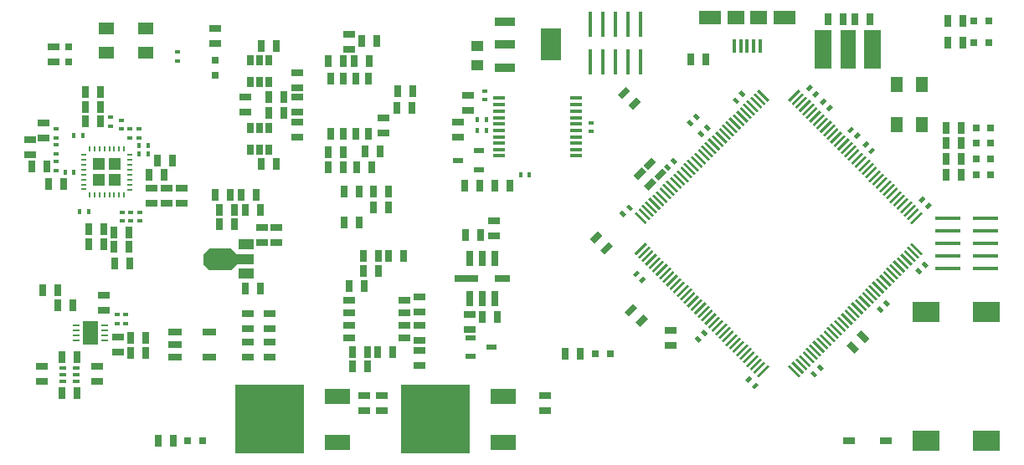
<source format=gbr>
G04 #@! TF.FileFunction,Paste,Top*
%FSLAX46Y46*%
G04 Gerber Fmt 4.6, Leading zero omitted, Abs format (unit mm)*
G04 Created by KiCad (PCBNEW (2015-03-23 BZR 5531)-product) date Tue 31 Mar 2015 22:50:38 CEST*
%MOMM*%
G01*
G04 APERTURE LIST*
%ADD10C,0.150000*%
%ADD11R,1.270000X0.406400*%
%ADD12R,1.500000X4.000000*%
%ADD13R,1.700000X4.000000*%
%ADD14R,0.398780X0.599440*%
%ADD15R,0.635000X1.143000*%
%ADD16R,1.143000X0.635000*%
%ADD17R,0.800000X0.300000*%
%ADD18R,1.400000X0.760000*%
%ADD19R,0.599440X0.398780*%
%ADD20R,2.700000X2.000000*%
%ADD21R,1.200000X0.700000*%
%ADD22R,0.797560X0.797560*%
%ADD23R,0.420000X2.500000*%
%ADD24R,2.500000X0.420000*%
%ADD25R,0.675000X0.250000*%
%ADD26R,1.650000X2.380000*%
%ADD27R,1.270000X0.635000*%
%ADD28R,2.199640X2.199640*%
%ADD29R,1.701800X1.000760*%
%ADD30R,1.501140X1.000760*%
%ADD31R,0.650240X1.059180*%
%ADD32R,0.760000X1.550000*%
%ADD33R,2.360000X0.760000*%
%ADD34R,1.550000X0.760000*%
%ADD35R,0.635000X1.270000*%
%ADD36R,0.400000X1.400000*%
%ADD37R,1.800000X1.400000*%
%ADD38R,2.300000X1.400000*%
%ADD39R,7.000000X7.000000*%
%ADD40R,2.500000X1.500000*%
%ADD41R,1.600000X1.300000*%
%ADD42R,1.300000X1.600000*%
%ADD43R,1.000760X0.599440*%
%ADD44R,1.250000X1.000000*%
%ADD45R,2.150000X3.250000*%
%ADD46R,2.150000X0.950000*%
%ADD47R,0.589280X0.280000*%
%ADD48R,0.280000X0.589280*%
%ADD49R,1.150000X1.150000*%
G04 APERTURE END LIST*
D10*
G36*
X252868488Y-124173300D02*
X251790857Y-123095669D01*
X251970462Y-122916064D01*
X253048093Y-123993695D01*
X252868488Y-124173300D01*
X252868488Y-124173300D01*
G37*
G36*
X252509278Y-124532510D02*
X251431647Y-123454879D01*
X251611252Y-123275274D01*
X252688883Y-124352905D01*
X252509278Y-124532510D01*
X252509278Y-124532510D01*
G37*
G36*
X252159048Y-124882740D02*
X251081417Y-123805109D01*
X251261022Y-123625504D01*
X252338653Y-124703135D01*
X252159048Y-124882740D01*
X252159048Y-124882740D01*
G37*
G36*
X251808818Y-125232970D02*
X250731187Y-124155339D01*
X250910792Y-123975734D01*
X251988423Y-125053365D01*
X251808818Y-125232970D01*
X251808818Y-125232970D01*
G37*
G36*
X251449607Y-125592180D02*
X250371976Y-124514549D01*
X250551581Y-124334944D01*
X251629212Y-125412575D01*
X251449607Y-125592180D01*
X251449607Y-125592180D01*
G37*
G36*
X251099377Y-125942410D02*
X250021746Y-124864779D01*
X250201351Y-124685174D01*
X251278982Y-125762805D01*
X251099377Y-125942410D01*
X251099377Y-125942410D01*
G37*
G36*
X250749147Y-126292640D02*
X249671516Y-125215009D01*
X249851121Y-125035404D01*
X250928752Y-126113035D01*
X250749147Y-126292640D01*
X250749147Y-126292640D01*
G37*
G36*
X250389937Y-126651851D02*
X249312306Y-125574220D01*
X249491911Y-125394615D01*
X250569542Y-126472246D01*
X250389937Y-126651851D01*
X250389937Y-126651851D01*
G37*
G36*
X250039707Y-127002081D02*
X248962076Y-125924450D01*
X249141681Y-125744845D01*
X250219312Y-126822476D01*
X250039707Y-127002081D01*
X250039707Y-127002081D01*
G37*
G36*
X249689477Y-127352311D02*
X248611846Y-126274680D01*
X248791451Y-126095075D01*
X249869082Y-127172706D01*
X249689477Y-127352311D01*
X249689477Y-127352311D01*
G37*
G36*
X249330267Y-127711521D02*
X248252636Y-126633890D01*
X248432241Y-126454285D01*
X249509872Y-127531916D01*
X249330267Y-127711521D01*
X249330267Y-127711521D01*
G37*
G36*
X248980037Y-128061751D02*
X247902406Y-126984120D01*
X248082011Y-126804515D01*
X249159642Y-127882146D01*
X248980037Y-128061751D01*
X248980037Y-128061751D01*
G37*
G36*
X248629807Y-128411981D02*
X247552176Y-127334350D01*
X247731781Y-127154745D01*
X248809412Y-128232376D01*
X248629807Y-128411981D01*
X248629807Y-128411981D01*
G37*
G36*
X248270597Y-128771191D02*
X247192966Y-127693560D01*
X247372571Y-127513955D01*
X248450202Y-128591586D01*
X248270597Y-128771191D01*
X248270597Y-128771191D01*
G37*
G36*
X247920367Y-129121421D02*
X246842736Y-128043790D01*
X247022341Y-127864185D01*
X248099972Y-128941816D01*
X247920367Y-129121421D01*
X247920367Y-129121421D01*
G37*
G36*
X247570137Y-129471651D02*
X246492506Y-128394020D01*
X246672111Y-128214415D01*
X247749742Y-129292046D01*
X247570137Y-129471651D01*
X247570137Y-129471651D01*
G37*
G36*
X247210927Y-129830861D02*
X246133296Y-128753230D01*
X246312901Y-128573625D01*
X247390532Y-129651256D01*
X247210927Y-129830861D01*
X247210927Y-129830861D01*
G37*
G36*
X246860697Y-130181091D02*
X245783066Y-129103460D01*
X245962671Y-128923855D01*
X247040302Y-130001486D01*
X246860697Y-130181091D01*
X246860697Y-130181091D01*
G37*
G36*
X246501486Y-130540302D02*
X245423855Y-129462671D01*
X245603460Y-129283066D01*
X246681091Y-130360697D01*
X246501486Y-130540302D01*
X246501486Y-130540302D01*
G37*
G36*
X246151256Y-130890532D02*
X245073625Y-129812901D01*
X245253230Y-129633296D01*
X246330861Y-130710927D01*
X246151256Y-130890532D01*
X246151256Y-130890532D01*
G37*
G36*
X245792046Y-131249742D02*
X244714415Y-130172111D01*
X244894020Y-129992506D01*
X245971651Y-131070137D01*
X245792046Y-131249742D01*
X245792046Y-131249742D01*
G37*
G36*
X245441816Y-131599972D02*
X244364185Y-130522341D01*
X244543790Y-130342736D01*
X245621421Y-131420367D01*
X245441816Y-131599972D01*
X245441816Y-131599972D01*
G37*
G36*
X245091586Y-131950202D02*
X244013955Y-130872571D01*
X244193560Y-130692966D01*
X245271191Y-131770597D01*
X245091586Y-131950202D01*
X245091586Y-131950202D01*
G37*
G36*
X244732376Y-132309412D02*
X243654745Y-131231781D01*
X243834350Y-131052176D01*
X244911981Y-132129807D01*
X244732376Y-132309412D01*
X244732376Y-132309412D01*
G37*
G36*
X244382146Y-132659642D02*
X243304515Y-131582011D01*
X243484120Y-131402406D01*
X244561751Y-132480037D01*
X244382146Y-132659642D01*
X244382146Y-132659642D01*
G37*
G36*
X244031916Y-133009872D02*
X242954285Y-131932241D01*
X243133890Y-131752636D01*
X244211521Y-132830267D01*
X244031916Y-133009872D01*
X244031916Y-133009872D01*
G37*
G36*
X243672706Y-133369082D02*
X242595075Y-132291451D01*
X242774680Y-132111846D01*
X243852311Y-133189477D01*
X243672706Y-133369082D01*
X243672706Y-133369082D01*
G37*
G36*
X243322476Y-133719312D02*
X242244845Y-132641681D01*
X242424450Y-132462076D01*
X243502081Y-133539707D01*
X243322476Y-133719312D01*
X243322476Y-133719312D01*
G37*
G36*
X242972246Y-134069542D02*
X241894615Y-132991911D01*
X242074220Y-132812306D01*
X243151851Y-133889937D01*
X242972246Y-134069542D01*
X242972246Y-134069542D01*
G37*
G36*
X242613035Y-134428752D02*
X241535404Y-133351121D01*
X241715009Y-133171516D01*
X242792640Y-134249147D01*
X242613035Y-134428752D01*
X242613035Y-134428752D01*
G37*
G36*
X242262805Y-134778982D02*
X241185174Y-133701351D01*
X241364779Y-133521746D01*
X242442410Y-134599377D01*
X242262805Y-134778982D01*
X242262805Y-134778982D01*
G37*
G36*
X241912575Y-135129212D02*
X240834944Y-134051581D01*
X241014549Y-133871976D01*
X242092180Y-134949607D01*
X241912575Y-135129212D01*
X241912575Y-135129212D01*
G37*
G36*
X241553365Y-135488423D02*
X240475734Y-134410792D01*
X240655339Y-134231187D01*
X241732970Y-135308818D01*
X241553365Y-135488423D01*
X241553365Y-135488423D01*
G37*
G36*
X241203135Y-135838653D02*
X240125504Y-134761022D01*
X240305109Y-134581417D01*
X241382740Y-135659048D01*
X241203135Y-135838653D01*
X241203135Y-135838653D01*
G37*
G36*
X240852905Y-136188883D02*
X239775274Y-135111252D01*
X239954879Y-134931647D01*
X241032510Y-136009278D01*
X240852905Y-136188883D01*
X240852905Y-136188883D01*
G37*
G36*
X240493695Y-136548093D02*
X239416064Y-135470462D01*
X239595669Y-135290857D01*
X240673300Y-136368488D01*
X240493695Y-136548093D01*
X240493695Y-136548093D01*
G37*
G36*
X249851121Y-149964596D02*
X249671516Y-149784991D01*
X250749147Y-148707360D01*
X250928752Y-148886965D01*
X249851121Y-149964596D01*
X249851121Y-149964596D01*
G37*
G36*
X250201351Y-150314826D02*
X250021746Y-150135221D01*
X251099377Y-149057590D01*
X251278982Y-149237195D01*
X250201351Y-150314826D01*
X250201351Y-150314826D01*
G37*
G36*
X250551581Y-150665056D02*
X250371976Y-150485451D01*
X251449607Y-149407820D01*
X251629212Y-149587425D01*
X250551581Y-150665056D01*
X250551581Y-150665056D01*
G37*
G36*
X250910792Y-151024266D02*
X250731187Y-150844661D01*
X251808818Y-149767030D01*
X251988423Y-149946635D01*
X250910792Y-151024266D01*
X250910792Y-151024266D01*
G37*
G36*
X251261022Y-151374496D02*
X251081417Y-151194891D01*
X252159048Y-150117260D01*
X252338653Y-150296865D01*
X251261022Y-151374496D01*
X251261022Y-151374496D01*
G37*
G36*
X251611252Y-151724726D02*
X251431647Y-151545121D01*
X252509278Y-150467490D01*
X252688883Y-150647095D01*
X251611252Y-151724726D01*
X251611252Y-151724726D01*
G37*
G36*
X251970462Y-152083936D02*
X251790857Y-151904331D01*
X252868488Y-150826700D01*
X253048093Y-151006305D01*
X251970462Y-152083936D01*
X251970462Y-152083936D01*
G37*
G36*
X265737195Y-134778982D02*
X265557590Y-134599377D01*
X266635221Y-133521746D01*
X266814826Y-133701351D01*
X265737195Y-134778982D01*
X265737195Y-134778982D01*
G37*
G36*
X265386965Y-134428752D02*
X265207360Y-134249147D01*
X266284991Y-133171516D01*
X266464596Y-133351121D01*
X265386965Y-134428752D01*
X265386965Y-134428752D01*
G37*
G36*
X265027754Y-134069542D02*
X264848149Y-133889937D01*
X265925780Y-132812306D01*
X266105385Y-132991911D01*
X265027754Y-134069542D01*
X265027754Y-134069542D01*
G37*
G36*
X264677524Y-133719312D02*
X264497919Y-133539707D01*
X265575550Y-132462076D01*
X265755155Y-132641681D01*
X264677524Y-133719312D01*
X264677524Y-133719312D01*
G37*
G36*
X264327294Y-133369082D02*
X264147689Y-133189477D01*
X265225320Y-132111846D01*
X265404925Y-132291451D01*
X264327294Y-133369082D01*
X264327294Y-133369082D01*
G37*
G36*
X263968084Y-133009872D02*
X263788479Y-132830267D01*
X264866110Y-131752636D01*
X265045715Y-131932241D01*
X263968084Y-133009872D01*
X263968084Y-133009872D01*
G37*
G36*
X263617854Y-132659642D02*
X263438249Y-132480037D01*
X264515880Y-131402406D01*
X264695485Y-131582011D01*
X263617854Y-132659642D01*
X263617854Y-132659642D01*
G37*
G36*
X263267624Y-132309412D02*
X263088019Y-132129807D01*
X264165650Y-131052176D01*
X264345255Y-131231781D01*
X263267624Y-132309412D01*
X263267624Y-132309412D01*
G37*
G36*
X262908414Y-131950202D02*
X262728809Y-131770597D01*
X263806440Y-130692966D01*
X263986045Y-130872571D01*
X262908414Y-131950202D01*
X262908414Y-131950202D01*
G37*
G36*
X262558184Y-131599972D02*
X262378579Y-131420367D01*
X263456210Y-130342736D01*
X263635815Y-130522341D01*
X262558184Y-131599972D01*
X262558184Y-131599972D01*
G37*
G36*
X262207954Y-131249742D02*
X262028349Y-131070137D01*
X263105980Y-129992506D01*
X263285585Y-130172111D01*
X262207954Y-131249742D01*
X262207954Y-131249742D01*
G37*
G36*
X261848744Y-130890532D02*
X261669139Y-130710927D01*
X262746770Y-129633296D01*
X262926375Y-129812901D01*
X261848744Y-130890532D01*
X261848744Y-130890532D01*
G37*
G36*
X261498514Y-130540302D02*
X261318909Y-130360697D01*
X262396540Y-129283066D01*
X262576145Y-129462671D01*
X261498514Y-130540302D01*
X261498514Y-130540302D01*
G37*
G36*
X261139303Y-130181091D02*
X260959698Y-130001486D01*
X262037329Y-128923855D01*
X262216934Y-129103460D01*
X261139303Y-130181091D01*
X261139303Y-130181091D01*
G37*
G36*
X260789073Y-129830861D02*
X260609468Y-129651256D01*
X261687099Y-128573625D01*
X261866704Y-128753230D01*
X260789073Y-129830861D01*
X260789073Y-129830861D01*
G37*
G36*
X260429863Y-129471651D02*
X260250258Y-129292046D01*
X261327889Y-128214415D01*
X261507494Y-128394020D01*
X260429863Y-129471651D01*
X260429863Y-129471651D01*
G37*
G36*
X260079633Y-129121421D02*
X259900028Y-128941816D01*
X260977659Y-127864185D01*
X261157264Y-128043790D01*
X260079633Y-129121421D01*
X260079633Y-129121421D01*
G37*
G36*
X259729403Y-128771191D02*
X259549798Y-128591586D01*
X260627429Y-127513955D01*
X260807034Y-127693560D01*
X259729403Y-128771191D01*
X259729403Y-128771191D01*
G37*
G36*
X259370193Y-128411981D02*
X259190588Y-128232376D01*
X260268219Y-127154745D01*
X260447824Y-127334350D01*
X259370193Y-128411981D01*
X259370193Y-128411981D01*
G37*
G36*
X259019963Y-128061751D02*
X258840358Y-127882146D01*
X259917989Y-126804515D01*
X260097594Y-126984120D01*
X259019963Y-128061751D01*
X259019963Y-128061751D01*
G37*
G36*
X258669733Y-127711521D02*
X258490128Y-127531916D01*
X259567759Y-126454285D01*
X259747364Y-126633890D01*
X258669733Y-127711521D01*
X258669733Y-127711521D01*
G37*
G36*
X258310523Y-127352311D02*
X258130918Y-127172706D01*
X259208549Y-126095075D01*
X259388154Y-126274680D01*
X258310523Y-127352311D01*
X258310523Y-127352311D01*
G37*
G36*
X257960293Y-127002081D02*
X257780688Y-126822476D01*
X258858319Y-125744845D01*
X259037924Y-125924450D01*
X257960293Y-127002081D01*
X257960293Y-127002081D01*
G37*
G36*
X257610063Y-126651851D02*
X257430458Y-126472246D01*
X258508089Y-125394615D01*
X258687694Y-125574220D01*
X257610063Y-126651851D01*
X257610063Y-126651851D01*
G37*
G36*
X257250853Y-126292640D02*
X257071248Y-126113035D01*
X258148879Y-125035404D01*
X258328484Y-125215009D01*
X257250853Y-126292640D01*
X257250853Y-126292640D01*
G37*
G36*
X256900623Y-125942410D02*
X256721018Y-125762805D01*
X257798649Y-124685174D01*
X257978254Y-124864779D01*
X256900623Y-125942410D01*
X256900623Y-125942410D01*
G37*
G36*
X256550393Y-125592180D02*
X256370788Y-125412575D01*
X257448419Y-124334944D01*
X257628024Y-124514549D01*
X256550393Y-125592180D01*
X256550393Y-125592180D01*
G37*
G36*
X256191182Y-125232970D02*
X256011577Y-125053365D01*
X257089208Y-123975734D01*
X257268813Y-124155339D01*
X256191182Y-125232970D01*
X256191182Y-125232970D01*
G37*
G36*
X255840952Y-124882740D02*
X255661347Y-124703135D01*
X256738978Y-123625504D01*
X256918583Y-123805109D01*
X255840952Y-124882740D01*
X255840952Y-124882740D01*
G37*
G36*
X255490722Y-124532510D02*
X255311117Y-124352905D01*
X256388748Y-123275274D01*
X256568353Y-123454879D01*
X255490722Y-124532510D01*
X255490722Y-124532510D01*
G37*
G36*
X255131512Y-124173300D02*
X254951907Y-123993695D01*
X256029538Y-122916064D01*
X256209143Y-123095669D01*
X255131512Y-124173300D01*
X255131512Y-124173300D01*
G37*
G36*
X239595669Y-139709143D02*
X239416064Y-139529538D01*
X240493695Y-138451907D01*
X240673300Y-138631512D01*
X239595669Y-139709143D01*
X239595669Y-139709143D01*
G37*
G36*
X239954879Y-140068353D02*
X239775274Y-139888748D01*
X240852905Y-138811117D01*
X241032510Y-138990722D01*
X239954879Y-140068353D01*
X239954879Y-140068353D01*
G37*
G36*
X240305109Y-140418583D02*
X240125504Y-140238978D01*
X241203135Y-139161347D01*
X241382740Y-139340952D01*
X240305109Y-140418583D01*
X240305109Y-140418583D01*
G37*
G36*
X240655339Y-140768813D02*
X240475734Y-140589208D01*
X241553365Y-139511577D01*
X241732970Y-139691182D01*
X240655339Y-140768813D01*
X240655339Y-140768813D01*
G37*
G36*
X241014549Y-141128024D02*
X240834944Y-140948419D01*
X241912575Y-139870788D01*
X242092180Y-140050393D01*
X241014549Y-141128024D01*
X241014549Y-141128024D01*
G37*
G36*
X241364779Y-141478254D02*
X241185174Y-141298649D01*
X242262805Y-140221018D01*
X242442410Y-140400623D01*
X241364779Y-141478254D01*
X241364779Y-141478254D01*
G37*
G36*
X241715009Y-141828484D02*
X241535404Y-141648879D01*
X242613035Y-140571248D01*
X242792640Y-140750853D01*
X241715009Y-141828484D01*
X241715009Y-141828484D01*
G37*
G36*
X242074220Y-142187694D02*
X241894615Y-142008089D01*
X242972246Y-140930458D01*
X243151851Y-141110063D01*
X242074220Y-142187694D01*
X242074220Y-142187694D01*
G37*
G36*
X242424450Y-142537924D02*
X242244845Y-142358319D01*
X243322476Y-141280688D01*
X243502081Y-141460293D01*
X242424450Y-142537924D01*
X242424450Y-142537924D01*
G37*
G36*
X242774680Y-142888154D02*
X242595075Y-142708549D01*
X243672706Y-141630918D01*
X243852311Y-141810523D01*
X242774680Y-142888154D01*
X242774680Y-142888154D01*
G37*
G36*
X243133890Y-143247364D02*
X242954285Y-143067759D01*
X244031916Y-141990128D01*
X244211521Y-142169733D01*
X243133890Y-143247364D01*
X243133890Y-143247364D01*
G37*
G36*
X243484120Y-143597594D02*
X243304515Y-143417989D01*
X244382146Y-142340358D01*
X244561751Y-142519963D01*
X243484120Y-143597594D01*
X243484120Y-143597594D01*
G37*
G36*
X243834350Y-143947824D02*
X243654745Y-143768219D01*
X244732376Y-142690588D01*
X244911981Y-142870193D01*
X243834350Y-143947824D01*
X243834350Y-143947824D01*
G37*
G36*
X244193560Y-144307034D02*
X244013955Y-144127429D01*
X245091586Y-143049798D01*
X245271191Y-143229403D01*
X244193560Y-144307034D01*
X244193560Y-144307034D01*
G37*
G36*
X244543790Y-144657264D02*
X244364185Y-144477659D01*
X245441816Y-143400028D01*
X245621421Y-143579633D01*
X244543790Y-144657264D01*
X244543790Y-144657264D01*
G37*
G36*
X244894020Y-145007494D02*
X244714415Y-144827889D01*
X245792046Y-143750258D01*
X245971651Y-143929863D01*
X244894020Y-145007494D01*
X244894020Y-145007494D01*
G37*
G36*
X245253230Y-145366704D02*
X245073625Y-145187099D01*
X246151256Y-144109468D01*
X246330861Y-144289073D01*
X245253230Y-145366704D01*
X245253230Y-145366704D01*
G37*
G36*
X245603460Y-145716934D02*
X245423855Y-145537329D01*
X246501486Y-144459698D01*
X246681091Y-144639303D01*
X245603460Y-145716934D01*
X245603460Y-145716934D01*
G37*
G36*
X245962671Y-146076145D02*
X245783066Y-145896540D01*
X246860697Y-144818909D01*
X247040302Y-144998514D01*
X245962671Y-146076145D01*
X245962671Y-146076145D01*
G37*
G36*
X246312901Y-146426375D02*
X246133296Y-146246770D01*
X247210927Y-145169139D01*
X247390532Y-145348744D01*
X246312901Y-146426375D01*
X246312901Y-146426375D01*
G37*
G36*
X246672111Y-146785585D02*
X246492506Y-146605980D01*
X247570137Y-145528349D01*
X247749742Y-145707954D01*
X246672111Y-146785585D01*
X246672111Y-146785585D01*
G37*
G36*
X247022341Y-147135815D02*
X246842736Y-146956210D01*
X247920367Y-145878579D01*
X248099972Y-146058184D01*
X247022341Y-147135815D01*
X247022341Y-147135815D01*
G37*
G36*
X247372571Y-147486045D02*
X247192966Y-147306440D01*
X248270597Y-146228809D01*
X248450202Y-146408414D01*
X247372571Y-147486045D01*
X247372571Y-147486045D01*
G37*
G36*
X247731781Y-147845255D02*
X247552176Y-147665650D01*
X248629807Y-146588019D01*
X248809412Y-146767624D01*
X247731781Y-147845255D01*
X247731781Y-147845255D01*
G37*
G36*
X248082011Y-148195485D02*
X247902406Y-148015880D01*
X248980037Y-146938249D01*
X249159642Y-147117854D01*
X248082011Y-148195485D01*
X248082011Y-148195485D01*
G37*
G36*
X248432241Y-148545715D02*
X248252636Y-148366110D01*
X249330267Y-147288479D01*
X249509872Y-147468084D01*
X248432241Y-148545715D01*
X248432241Y-148545715D01*
G37*
G36*
X248791451Y-148904925D02*
X248611846Y-148725320D01*
X249689477Y-147647689D01*
X249869082Y-147827294D01*
X248791451Y-148904925D01*
X248791451Y-148904925D01*
G37*
G36*
X249141681Y-149255155D02*
X248962076Y-149075550D01*
X250039707Y-147997919D01*
X250219312Y-148177524D01*
X249141681Y-149255155D01*
X249141681Y-149255155D01*
G37*
G36*
X249491911Y-149605385D02*
X249312306Y-149425780D01*
X250389937Y-148348149D01*
X250569542Y-148527754D01*
X249491911Y-149605385D01*
X249491911Y-149605385D01*
G37*
G36*
X257798649Y-150314826D02*
X256721018Y-149237195D01*
X256900623Y-149057590D01*
X257978254Y-150135221D01*
X257798649Y-150314826D01*
X257798649Y-150314826D01*
G37*
G36*
X258148879Y-149964596D02*
X257071248Y-148886965D01*
X257250853Y-148707360D01*
X258328484Y-149784991D01*
X258148879Y-149964596D01*
X258148879Y-149964596D01*
G37*
G36*
X258508089Y-149605385D02*
X257430458Y-148527754D01*
X257610063Y-148348149D01*
X258687694Y-149425780D01*
X258508089Y-149605385D01*
X258508089Y-149605385D01*
G37*
G36*
X258858319Y-149255155D02*
X257780688Y-148177524D01*
X257960293Y-147997919D01*
X259037924Y-149075550D01*
X258858319Y-149255155D01*
X258858319Y-149255155D01*
G37*
G36*
X259208549Y-148904925D02*
X258130918Y-147827294D01*
X258310523Y-147647689D01*
X259388154Y-148725320D01*
X259208549Y-148904925D01*
X259208549Y-148904925D01*
G37*
G36*
X259567759Y-148545715D02*
X258490128Y-147468084D01*
X258669733Y-147288479D01*
X259747364Y-148366110D01*
X259567759Y-148545715D01*
X259567759Y-148545715D01*
G37*
G36*
X259917989Y-148195485D02*
X258840358Y-147117854D01*
X259019963Y-146938249D01*
X260097594Y-148015880D01*
X259917989Y-148195485D01*
X259917989Y-148195485D01*
G37*
G36*
X260268219Y-147845255D02*
X259190588Y-146767624D01*
X259370193Y-146588019D01*
X260447824Y-147665650D01*
X260268219Y-147845255D01*
X260268219Y-147845255D01*
G37*
G36*
X260627429Y-147486045D02*
X259549798Y-146408414D01*
X259729403Y-146228809D01*
X260807034Y-147306440D01*
X260627429Y-147486045D01*
X260627429Y-147486045D01*
G37*
G36*
X260977659Y-147135815D02*
X259900028Y-146058184D01*
X260079633Y-145878579D01*
X261157264Y-146956210D01*
X260977659Y-147135815D01*
X260977659Y-147135815D01*
G37*
G36*
X261327889Y-146785585D02*
X260250258Y-145707954D01*
X260429863Y-145528349D01*
X261507494Y-146605980D01*
X261327889Y-146785585D01*
X261327889Y-146785585D01*
G37*
G36*
X261687099Y-146426375D02*
X260609468Y-145348744D01*
X260789073Y-145169139D01*
X261866704Y-146246770D01*
X261687099Y-146426375D01*
X261687099Y-146426375D01*
G37*
G36*
X262037329Y-146076145D02*
X260959698Y-144998514D01*
X261139303Y-144818909D01*
X262216934Y-145896540D01*
X262037329Y-146076145D01*
X262037329Y-146076145D01*
G37*
G36*
X262396540Y-145716934D02*
X261318909Y-144639303D01*
X261498514Y-144459698D01*
X262576145Y-145537329D01*
X262396540Y-145716934D01*
X262396540Y-145716934D01*
G37*
G36*
X262746770Y-145366704D02*
X261669139Y-144289073D01*
X261848744Y-144109468D01*
X262926375Y-145187099D01*
X262746770Y-145366704D01*
X262746770Y-145366704D01*
G37*
G36*
X263105980Y-145007494D02*
X262028349Y-143929863D01*
X262207954Y-143750258D01*
X263285585Y-144827889D01*
X263105980Y-145007494D01*
X263105980Y-145007494D01*
G37*
G36*
X263456210Y-144657264D02*
X262378579Y-143579633D01*
X262558184Y-143400028D01*
X263635815Y-144477659D01*
X263456210Y-144657264D01*
X263456210Y-144657264D01*
G37*
G36*
X263806440Y-144307034D02*
X262728809Y-143229403D01*
X262908414Y-143049798D01*
X263986045Y-144127429D01*
X263806440Y-144307034D01*
X263806440Y-144307034D01*
G37*
G36*
X264165650Y-143947824D02*
X263088019Y-142870193D01*
X263267624Y-142690588D01*
X264345255Y-143768219D01*
X264165650Y-143947824D01*
X264165650Y-143947824D01*
G37*
G36*
X264515880Y-143597594D02*
X263438249Y-142519963D01*
X263617854Y-142340358D01*
X264695485Y-143417989D01*
X264515880Y-143597594D01*
X264515880Y-143597594D01*
G37*
G36*
X264866110Y-143247364D02*
X263788479Y-142169733D01*
X263968084Y-141990128D01*
X265045715Y-143067759D01*
X264866110Y-143247364D01*
X264866110Y-143247364D01*
G37*
G36*
X265225320Y-142888154D02*
X264147689Y-141810523D01*
X264327294Y-141630918D01*
X265404925Y-142708549D01*
X265225320Y-142888154D01*
X265225320Y-142888154D01*
G37*
G36*
X265575550Y-142537924D02*
X264497919Y-141460293D01*
X264677524Y-141280688D01*
X265755155Y-142358319D01*
X265575550Y-142537924D01*
X265575550Y-142537924D01*
G37*
G36*
X265925780Y-142187694D02*
X264848149Y-141110063D01*
X265027754Y-140930458D01*
X266105385Y-142008089D01*
X265925780Y-142187694D01*
X265925780Y-142187694D01*
G37*
G36*
X266284991Y-141828484D02*
X265207360Y-140750853D01*
X265386965Y-140571248D01*
X266464596Y-141648879D01*
X266284991Y-141828484D01*
X266284991Y-141828484D01*
G37*
G36*
X266635221Y-141478254D02*
X265557590Y-140400623D01*
X265737195Y-140221018D01*
X266814826Y-141298649D01*
X266635221Y-141478254D01*
X266635221Y-141478254D01*
G37*
G36*
X266985451Y-141128024D02*
X265907820Y-140050393D01*
X266087425Y-139870788D01*
X267165056Y-140948419D01*
X266985451Y-141128024D01*
X266985451Y-141128024D01*
G37*
G36*
X267344661Y-140768813D02*
X266267030Y-139691182D01*
X266446635Y-139511577D01*
X267524266Y-140589208D01*
X267344661Y-140768813D01*
X267344661Y-140768813D01*
G37*
G36*
X267694891Y-140418583D02*
X266617260Y-139340952D01*
X266796865Y-139161347D01*
X267874496Y-140238978D01*
X267694891Y-140418583D01*
X267694891Y-140418583D01*
G37*
G36*
X268045121Y-140068353D02*
X266967490Y-138990722D01*
X267147095Y-138811117D01*
X268224726Y-139888748D01*
X268045121Y-140068353D01*
X268045121Y-140068353D01*
G37*
G36*
X268404331Y-139709143D02*
X267326700Y-138631512D01*
X267506305Y-138451907D01*
X268583936Y-139529538D01*
X268404331Y-139709143D01*
X268404331Y-139709143D01*
G37*
G36*
X256029538Y-152083936D02*
X254951907Y-151006305D01*
X255131512Y-150826700D01*
X256209143Y-151904331D01*
X256029538Y-152083936D01*
X256029538Y-152083936D01*
G37*
G36*
X256388748Y-151724726D02*
X255311117Y-150647095D01*
X255490722Y-150467490D01*
X256568353Y-151545121D01*
X256388748Y-151724726D01*
X256388748Y-151724726D01*
G37*
G36*
X256738978Y-151374496D02*
X255661347Y-150296865D01*
X255840952Y-150117260D01*
X256918583Y-151194891D01*
X256738978Y-151374496D01*
X256738978Y-151374496D01*
G37*
G36*
X257089208Y-151024266D02*
X256011577Y-149946635D01*
X256191182Y-149767030D01*
X257268813Y-150844661D01*
X257089208Y-151024266D01*
X257089208Y-151024266D01*
G37*
G36*
X257448419Y-150665056D02*
X256370788Y-149587425D01*
X256550393Y-149407820D01*
X257628024Y-150485451D01*
X257448419Y-150665056D01*
X257448419Y-150665056D01*
G37*
G36*
X267506305Y-136548093D02*
X267326700Y-136368488D01*
X268404331Y-135290857D01*
X268583936Y-135470462D01*
X267506305Y-136548093D01*
X267506305Y-136548093D01*
G37*
G36*
X267147095Y-136188883D02*
X266967490Y-136009278D01*
X268045121Y-134931647D01*
X268224726Y-135111252D01*
X267147095Y-136188883D01*
X267147095Y-136188883D01*
G37*
G36*
X266796865Y-135838653D02*
X266617260Y-135659048D01*
X267694891Y-134581417D01*
X267874496Y-134761022D01*
X266796865Y-135838653D01*
X266796865Y-135838653D01*
G37*
G36*
X266446635Y-135488423D02*
X266267030Y-135308818D01*
X267344661Y-134231187D01*
X267524266Y-134410792D01*
X266446635Y-135488423D01*
X266446635Y-135488423D01*
G37*
G36*
X266087425Y-135129212D02*
X265907820Y-134949607D01*
X266985451Y-133871976D01*
X267165056Y-134051581D01*
X266087425Y-135129212D01*
X266087425Y-135129212D01*
G37*
D11*
X225751000Y-123825000D03*
X225751000Y-124460000D03*
X225751000Y-125120400D03*
X225751000Y-125780800D03*
X225751000Y-126415800D03*
X225751000Y-127076200D03*
X225751000Y-127736600D03*
X225751000Y-128371600D03*
X225751000Y-129032000D03*
X225751000Y-129667000D03*
X233526000Y-129667000D03*
X233526000Y-129032000D03*
X233526000Y-128371600D03*
X233526000Y-127736600D03*
X233526000Y-127076200D03*
X233526000Y-126415800D03*
X233526000Y-125780800D03*
X233526000Y-125120400D03*
X233526000Y-124460000D03*
X233526000Y-123825000D03*
D12*
X261000000Y-118872000D03*
D13*
X263500000Y-118872000D03*
X258500000Y-118872000D03*
D14*
X227900840Y-131600000D03*
X228800000Y-131600000D03*
D15*
X181138000Y-144800000D03*
X182662000Y-144800000D03*
D16*
X243078000Y-148844000D03*
X243078000Y-147320000D03*
D17*
X181650000Y-152450000D03*
X181650000Y-151800000D03*
X181650000Y-151150000D03*
X182950000Y-151150000D03*
X182950000Y-151800000D03*
X182950000Y-152450000D03*
D18*
X196415000Y-150070000D03*
X196415000Y-147530000D03*
X192985000Y-147530000D03*
X192985000Y-148800000D03*
X192985000Y-150070000D03*
D15*
X181538000Y-153700000D03*
X183062000Y-153700000D03*
X210038000Y-136400000D03*
X211562000Y-136400000D03*
D14*
X224449580Y-127100000D03*
X223550420Y-127100000D03*
D15*
X211562000Y-133250000D03*
X210038000Y-133250000D03*
D19*
X224300000Y-123999160D03*
X224300000Y-123100000D03*
D15*
X184238000Y-138600000D03*
X185762000Y-138600000D03*
D14*
X223550420Y-126000000D03*
X224449580Y-126000000D03*
D15*
X214562000Y-134850000D03*
X213038000Y-134850000D03*
X181538000Y-150000000D03*
X183062000Y-150000000D03*
X179588000Y-143300000D03*
X181112000Y-143300000D03*
D19*
X188400000Y-127849580D03*
X188400000Y-126950420D03*
X189300000Y-127849580D03*
X189300000Y-126950420D03*
D14*
X189350420Y-128600000D03*
X190249580Y-128600000D03*
X189350420Y-129500000D03*
X190249580Y-129500000D03*
D19*
X189400000Y-135350420D03*
X189400000Y-136249580D03*
X188500000Y-135350420D03*
X188500000Y-136249580D03*
D16*
X185800000Y-145262000D03*
X185800000Y-143738000D03*
X187200000Y-148038000D03*
X187200000Y-149562000D03*
D14*
X184199580Y-135300000D03*
X183300420Y-135300000D03*
D15*
X183938000Y-126200000D03*
X185462000Y-126200000D03*
X181662000Y-132500000D03*
X180138000Y-132500000D03*
D19*
X187600000Y-135350420D03*
X187600000Y-136249580D03*
X187100000Y-146649580D03*
X187100000Y-145750420D03*
D16*
X193600000Y-134462000D03*
X193600000Y-132938000D03*
D14*
X182749580Y-131300000D03*
X181850420Y-131300000D03*
D19*
X188000000Y-146649580D03*
X188000000Y-145750420D03*
D14*
X183649580Y-127600000D03*
X182750420Y-127600000D03*
D15*
X185462000Y-123200000D03*
X183938000Y-123200000D03*
D19*
X187500000Y-126949580D03*
X187500000Y-126050420D03*
D16*
X190600000Y-132938000D03*
X190600000Y-134462000D03*
D19*
X186400000Y-126649580D03*
X186400000Y-125750420D03*
D15*
X212038000Y-139800000D03*
X213562000Y-139800000D03*
D16*
X202500000Y-150062000D03*
X202500000Y-148538000D03*
X217700000Y-148362000D03*
X217700000Y-146838000D03*
X217700000Y-145462000D03*
X217700000Y-143938000D03*
X200300000Y-148538000D03*
X200300000Y-150062000D03*
X202500000Y-145638000D03*
X202500000Y-147162000D03*
D15*
X260524000Y-115824000D03*
X259000000Y-115824000D03*
X261738000Y-115824000D03*
X263262000Y-115824000D03*
D16*
X221600000Y-127762000D03*
X221600000Y-126238000D03*
D15*
X200038000Y-143100000D03*
X201562000Y-143100000D03*
X188264800Y-138887200D03*
X186740800Y-138887200D03*
X210947000Y-151003000D03*
X212471000Y-151003000D03*
X216962000Y-123100000D03*
X215438000Y-123100000D03*
X198962000Y-136600000D03*
X197438000Y-136600000D03*
X198962000Y-135100000D03*
X197438000Y-135100000D03*
X197038000Y-133600000D03*
X198562000Y-133600000D03*
D16*
X203200000Y-136938000D03*
X203200000Y-138462000D03*
D15*
X201638000Y-130500000D03*
X203162000Y-130500000D03*
X203962000Y-125300000D03*
X202438000Y-125300000D03*
X224003200Y-145941200D03*
X225527200Y-145941200D03*
D16*
X200100000Y-123738000D03*
X200100000Y-125262000D03*
D15*
X202438000Y-123700000D03*
X203962000Y-123700000D03*
X223877200Y-137691200D03*
X222353200Y-137691200D03*
X203162000Y-118500000D03*
X201638000Y-118500000D03*
D16*
X210550000Y-118862000D03*
X210550000Y-117338000D03*
D15*
X208488000Y-129300000D03*
X210012000Y-129300000D03*
X212138000Y-129200000D03*
X213662000Y-129200000D03*
D10*
G36*
X268253043Y-141670825D02*
X267829175Y-141246957D01*
X268111155Y-140964977D01*
X268535023Y-141388845D01*
X268253043Y-141670825D01*
X268253043Y-141670825D01*
G37*
G36*
X268888845Y-141035023D02*
X268464977Y-140611155D01*
X268746957Y-140329175D01*
X269170825Y-140753043D01*
X268888845Y-141035023D01*
X268888845Y-141035023D01*
G37*
G36*
X250246957Y-123029175D02*
X250670825Y-123453043D01*
X250388845Y-123735023D01*
X249964977Y-123311155D01*
X250246957Y-123029175D01*
X250246957Y-123029175D01*
G37*
G36*
X249611155Y-123664977D02*
X250035023Y-124088845D01*
X249753043Y-124370825D01*
X249329175Y-123946957D01*
X249611155Y-123664977D01*
X249611155Y-123664977D01*
G37*
G36*
X245646957Y-125329175D02*
X246070825Y-125753043D01*
X245788845Y-126035023D01*
X245364977Y-125611155D01*
X245646957Y-125329175D01*
X245646957Y-125329175D01*
G37*
G36*
X245011155Y-125964977D02*
X245435023Y-126388845D01*
X245153043Y-126670825D01*
X244729175Y-126246957D01*
X245011155Y-125964977D01*
X245011155Y-125964977D01*
G37*
G36*
X262270825Y-127546957D02*
X261846957Y-127970825D01*
X261564977Y-127688845D01*
X261988845Y-127264977D01*
X262270825Y-127546957D01*
X262270825Y-127546957D01*
G37*
G36*
X261635023Y-126911155D02*
X261211155Y-127335023D01*
X260929175Y-127053043D01*
X261353043Y-126629175D01*
X261635023Y-126911155D01*
X261635023Y-126911155D01*
G37*
G36*
X246746957Y-126429175D02*
X247170825Y-126853043D01*
X246888845Y-127135023D01*
X246464977Y-126711155D01*
X246746957Y-126429175D01*
X246746957Y-126429175D01*
G37*
G36*
X246111155Y-127064977D02*
X246535023Y-127488845D01*
X246253043Y-127770825D01*
X245829175Y-127346957D01*
X246111155Y-127064977D01*
X246111155Y-127064977D01*
G37*
G36*
X256729175Y-122853043D02*
X257153043Y-122429175D01*
X257435023Y-122711155D01*
X257011155Y-123135023D01*
X256729175Y-122853043D01*
X256729175Y-122853043D01*
G37*
G36*
X257364977Y-123488845D02*
X257788845Y-123064977D01*
X258070825Y-123346957D01*
X257646957Y-123770825D01*
X257364977Y-123488845D01*
X257364977Y-123488845D01*
G37*
G36*
X269470825Y-134646957D02*
X269046957Y-135070825D01*
X268764977Y-134788845D01*
X269188845Y-134364977D01*
X269470825Y-134646957D01*
X269470825Y-134646957D01*
G37*
G36*
X268835023Y-134011155D02*
X268411155Y-134435023D01*
X268129175Y-134153043D01*
X268553043Y-133729175D01*
X268835023Y-134011155D01*
X268835023Y-134011155D01*
G37*
G36*
X258129175Y-124253043D02*
X258553043Y-123829175D01*
X258835023Y-124111155D01*
X258411155Y-124535023D01*
X258129175Y-124253043D01*
X258129175Y-124253043D01*
G37*
G36*
X258764977Y-124888845D02*
X259188845Y-124464977D01*
X259470825Y-124746957D01*
X259046957Y-125170825D01*
X258764977Y-124888845D01*
X258764977Y-124888845D01*
G37*
G36*
X257653043Y-152070825D02*
X257229175Y-151646957D01*
X257511155Y-151364977D01*
X257935023Y-151788845D01*
X257653043Y-152070825D01*
X257653043Y-152070825D01*
G37*
G36*
X258288845Y-151435023D02*
X257864977Y-151011155D01*
X258146957Y-150729175D01*
X258570825Y-151153043D01*
X258288845Y-151435023D01*
X258288845Y-151435023D01*
G37*
G36*
X245953043Y-148570825D02*
X245529175Y-148146957D01*
X245811155Y-147864977D01*
X246235023Y-148288845D01*
X245953043Y-148570825D01*
X245953043Y-148570825D01*
G37*
G36*
X246588845Y-147935023D02*
X246164977Y-147511155D01*
X246446957Y-147229175D01*
X246870825Y-147653043D01*
X246588845Y-147935023D01*
X246588845Y-147935023D01*
G37*
G36*
X243346957Y-129829175D02*
X243770825Y-130253043D01*
X243488845Y-130535023D01*
X243064977Y-130111155D01*
X243346957Y-129829175D01*
X243346957Y-129829175D01*
G37*
G36*
X242711155Y-130464977D02*
X243135023Y-130888845D01*
X242853043Y-131170825D01*
X242429175Y-130746957D01*
X242711155Y-130464977D01*
X242711155Y-130464977D01*
G37*
G36*
X263770825Y-129046957D02*
X263346957Y-129470825D01*
X263064977Y-129188845D01*
X263488845Y-128764977D01*
X263770825Y-129046957D01*
X263770825Y-129046957D01*
G37*
G36*
X263135023Y-128411155D02*
X262711155Y-128835023D01*
X262429175Y-128553043D01*
X262853043Y-128129175D01*
X263135023Y-128411155D01*
X263135023Y-128411155D01*
G37*
G36*
X251970825Y-152846957D02*
X251546957Y-153270825D01*
X251264977Y-152988845D01*
X251688845Y-152564977D01*
X251970825Y-152846957D01*
X251970825Y-152846957D01*
G37*
G36*
X251335023Y-152211155D02*
X250911155Y-152635023D01*
X250629175Y-152353043D01*
X251053043Y-151929175D01*
X251335023Y-152211155D01*
X251335023Y-152211155D01*
G37*
D16*
X230378000Y-153924000D03*
X230378000Y-155448000D03*
D19*
X180900000Y-126950420D03*
X180900000Y-127849580D03*
X180900000Y-128550420D03*
X180900000Y-129449580D03*
X180900000Y-131149580D03*
X180900000Y-130250420D03*
D16*
X212090000Y-153924000D03*
X212090000Y-155448000D03*
X213868000Y-153924000D03*
X213868000Y-155448000D03*
D10*
G36*
X264846957Y-144229175D02*
X265270825Y-144653043D01*
X264988845Y-144935023D01*
X264564977Y-144511155D01*
X264846957Y-144229175D01*
X264846957Y-144229175D01*
G37*
G36*
X264211155Y-144864977D02*
X264635023Y-145288845D01*
X264353043Y-145570825D01*
X263929175Y-145146957D01*
X264211155Y-144864977D01*
X264211155Y-144864977D01*
G37*
G36*
X238353043Y-135870825D02*
X237929175Y-135446957D01*
X238211155Y-135164977D01*
X238635023Y-135588845D01*
X238353043Y-135870825D01*
X238353043Y-135870825D01*
G37*
G36*
X238988845Y-135235023D02*
X238564977Y-134811155D01*
X238846957Y-134529175D01*
X239270825Y-134953043D01*
X238988845Y-135235023D01*
X238988845Y-135235023D01*
G37*
G36*
X239229175Y-141653043D02*
X239653043Y-141229175D01*
X239935023Y-141511155D01*
X239511155Y-141935023D01*
X239229175Y-141653043D01*
X239229175Y-141653043D01*
G37*
G36*
X239864977Y-142288845D02*
X240288845Y-141864977D01*
X240570825Y-142146957D01*
X240146957Y-142570825D01*
X239864977Y-142288845D01*
X239864977Y-142288845D01*
G37*
D19*
X235077000Y-126296420D03*
X235077000Y-127195580D03*
X193200000Y-120049580D03*
X193200000Y-119150420D03*
D20*
X275000000Y-145500000D03*
X268900000Y-145500000D03*
X268900000Y-158500000D03*
X275000000Y-158500000D03*
D21*
X264850000Y-158500000D03*
X261150000Y-158500000D03*
D22*
X275449300Y-130000000D03*
X273950700Y-130000000D03*
X275449300Y-128400000D03*
X273950700Y-128400000D03*
X182200000Y-120149300D03*
X182200000Y-118650700D03*
X275249300Y-118200000D03*
X273750700Y-118200000D03*
X275249300Y-116000000D03*
X273750700Y-116000000D03*
D15*
X199638000Y-133600000D03*
X201162000Y-133600000D03*
X200038000Y-135100000D03*
X201562000Y-135100000D03*
D16*
X214000000Y-127362000D03*
X214000000Y-125838000D03*
D15*
X213038000Y-133250000D03*
X214562000Y-133250000D03*
D16*
X185100000Y-150938000D03*
X185100000Y-152462000D03*
X179500000Y-150938000D03*
X179500000Y-152462000D03*
D15*
X188438000Y-148100000D03*
X189962000Y-148100000D03*
X188438000Y-149600000D03*
X189962000Y-149600000D03*
D16*
X200300000Y-147162000D03*
X200300000Y-145638000D03*
X201800000Y-136938000D03*
X201800000Y-138462000D03*
X222765200Y-147203200D03*
X222765200Y-145679200D03*
X225215200Y-137753200D03*
X225215200Y-136229200D03*
D23*
X234950000Y-116332000D03*
X236220000Y-116332000D03*
X237490000Y-116332000D03*
X238760000Y-116332000D03*
X240030000Y-116332000D03*
X234950000Y-120142000D03*
X236220000Y-120142000D03*
X237490000Y-120142000D03*
X238760000Y-120142000D03*
X240030000Y-120142000D03*
D24*
X274905000Y-135960000D03*
X274905000Y-137230000D03*
X274905000Y-138500000D03*
X274905000Y-139770000D03*
X274905000Y-141040000D03*
X271095000Y-135960000D03*
X271095000Y-137230000D03*
X271095000Y-138500000D03*
X271095000Y-139770000D03*
X271095000Y-141040000D03*
D16*
X222600000Y-125062000D03*
X222600000Y-123538000D03*
D15*
X185762000Y-137100000D03*
X184238000Y-137100000D03*
X186738000Y-137400000D03*
X188262000Y-137400000D03*
X192662000Y-130100000D03*
X191138000Y-130100000D03*
X183938000Y-124700000D03*
X185462000Y-124700000D03*
D16*
X192100000Y-132938000D03*
X192100000Y-134462000D03*
D15*
X190338000Y-131600000D03*
X191862000Y-131600000D03*
X214538000Y-139800000D03*
X216062000Y-139800000D03*
X213562000Y-141300000D03*
X212038000Y-141300000D03*
X212062000Y-142800000D03*
X210538000Y-142800000D03*
D10*
G36*
X262359210Y-147332567D02*
X263167433Y-148140790D01*
X262718420Y-148589803D01*
X261910197Y-147781580D01*
X262359210Y-147332567D01*
X262359210Y-147332567D01*
G37*
G36*
X261281580Y-148410197D02*
X262089803Y-149218420D01*
X261640790Y-149667433D01*
X260832567Y-148859210D01*
X261281580Y-148410197D01*
X261281580Y-148410197D01*
G37*
D15*
X210938000Y-149500000D03*
X212462000Y-149500000D03*
X214962000Y-149500000D03*
X213438000Y-149500000D03*
D16*
X217700000Y-150862000D03*
X217700000Y-149338000D03*
D10*
G36*
X237719567Y-123465790D02*
X238527790Y-122657567D01*
X238976803Y-123106580D01*
X238168580Y-123914803D01*
X237719567Y-123465790D01*
X237719567Y-123465790D01*
G37*
G36*
X238797197Y-124543420D02*
X239605420Y-123735197D01*
X240054433Y-124184210D01*
X239246210Y-124992433D01*
X238797197Y-124543420D01*
X238797197Y-124543420D01*
G37*
G36*
X239332567Y-131640790D02*
X240140790Y-130832567D01*
X240589803Y-131281580D01*
X239781580Y-132089803D01*
X239332567Y-131640790D01*
X239332567Y-131640790D01*
G37*
G36*
X240410197Y-132718420D02*
X241218420Y-131910197D01*
X241667433Y-132359210D01*
X240859210Y-133167433D01*
X240410197Y-132718420D01*
X240410197Y-132718420D01*
G37*
G36*
X240332567Y-130640790D02*
X241140790Y-129832567D01*
X241589803Y-130281580D01*
X240781580Y-131089803D01*
X240332567Y-130640790D01*
X240332567Y-130640790D01*
G37*
G36*
X241410197Y-131718420D02*
X242218420Y-130910197D01*
X242667433Y-131359210D01*
X241859210Y-132167433D01*
X241410197Y-131718420D01*
X241410197Y-131718420D01*
G37*
D15*
X226822000Y-132715000D03*
X225298000Y-132715000D03*
X223774000Y-132715000D03*
X222250000Y-132715000D03*
X186842400Y-140512800D03*
X188366400Y-140512800D03*
D16*
X205300000Y-126238000D03*
X205300000Y-127762000D03*
X205300000Y-123738000D03*
X205300000Y-125262000D03*
X205300000Y-122762000D03*
X205300000Y-121238000D03*
D10*
G36*
X238432567Y-145440790D02*
X239240790Y-144632567D01*
X239689803Y-145081580D01*
X238881580Y-145889803D01*
X238432567Y-145440790D01*
X238432567Y-145440790D01*
G37*
G36*
X239510197Y-146518420D02*
X240318420Y-145710197D01*
X240767433Y-146159210D01*
X239959210Y-146967433D01*
X239510197Y-146518420D01*
X239510197Y-146518420D01*
G37*
G36*
X234893752Y-138101975D02*
X235701975Y-137293752D01*
X236150988Y-137742765D01*
X235342765Y-138550988D01*
X234893752Y-138101975D01*
X234893752Y-138101975D01*
G37*
G36*
X235971382Y-139179605D02*
X236779605Y-138371382D01*
X237228618Y-138820395D01*
X236420395Y-139628618D01*
X235971382Y-139179605D01*
X235971382Y-139179605D01*
G37*
D15*
X246634000Y-119888000D03*
X245110000Y-119888000D03*
X211838000Y-118050000D03*
X213362000Y-118050000D03*
X212612000Y-120100000D03*
X211088000Y-120100000D03*
X210012000Y-120100000D03*
X208488000Y-120100000D03*
X216912000Y-124800000D03*
X215388000Y-124800000D03*
X211288000Y-130800000D03*
X212812000Y-130800000D03*
X210012000Y-130850000D03*
X208488000Y-130850000D03*
D16*
X179700000Y-126338000D03*
X179700000Y-127862000D03*
X178300000Y-128038000D03*
X178300000Y-129562000D03*
D15*
X178438000Y-130700000D03*
X179962000Y-130700000D03*
X272462000Y-130000000D03*
X270938000Y-130000000D03*
X272462000Y-128400000D03*
X270938000Y-128400000D03*
D16*
X180700000Y-118638000D03*
X180700000Y-120162000D03*
D15*
X271138000Y-118200000D03*
X272662000Y-118200000D03*
X271138000Y-116000000D03*
X272662000Y-116000000D03*
D25*
X185812500Y-146850000D03*
X185812500Y-147350000D03*
X185812500Y-147850000D03*
D26*
X184400000Y-147600000D03*
D25*
X185812500Y-148350000D03*
X182987500Y-148350000D03*
X182987500Y-147850000D03*
X182987500Y-147350000D03*
X182987500Y-146850000D03*
D27*
X210556000Y-144245000D03*
X210556000Y-145515000D03*
X210556000Y-146785000D03*
X210556000Y-148055000D03*
X216144000Y-148055000D03*
X216144000Y-146785000D03*
X216144000Y-145515000D03*
X216144000Y-144245000D03*
D10*
G36*
X196400640Y-141199820D02*
X195801200Y-140600380D01*
X195801200Y-139599620D01*
X196400640Y-139000180D01*
X196400640Y-141199820D01*
X196400640Y-141199820D01*
G37*
D28*
X197500460Y-140100000D03*
D10*
G36*
X198602820Y-139000180D02*
X199202260Y-139599620D01*
X199202260Y-140600380D01*
X198602820Y-141199820D01*
X198602820Y-139000180D01*
X198602820Y-139000180D01*
G37*
D29*
X200050620Y-140100000D03*
D30*
X200152220Y-138598860D03*
X200152220Y-141601140D03*
D31*
X201500000Y-126800180D03*
X200550040Y-126800180D03*
X202449960Y-126800180D03*
X201500000Y-128999820D03*
X200550040Y-128999820D03*
X202449960Y-128999820D03*
D32*
X225285200Y-140076200D03*
X222745200Y-140076200D03*
X224015200Y-140076200D03*
X224015200Y-144106200D03*
X222745200Y-144106200D03*
X225285200Y-144106200D03*
D33*
X222405200Y-142091200D03*
D34*
X226030200Y-142091200D03*
D31*
X201500000Y-122199820D03*
X202449960Y-122199820D03*
X200550040Y-122199820D03*
X201500000Y-120000180D03*
X202449960Y-120000180D03*
X200550040Y-120000180D03*
D35*
X212555000Y-121806000D03*
X211285000Y-121806000D03*
X210015000Y-121806000D03*
X208745000Y-121806000D03*
X208745000Y-127394000D03*
X210015000Y-127394000D03*
X211285000Y-127394000D03*
X212555000Y-127394000D03*
D36*
X249525000Y-118547000D03*
X250175000Y-118547000D03*
X250825000Y-118547000D03*
X251475000Y-118547000D03*
X252125000Y-118547000D03*
D37*
X249675000Y-115697000D03*
X251975000Y-115697000D03*
D38*
X247075000Y-115697000D03*
X254575000Y-115697000D03*
D39*
X219287000Y-156337000D03*
D40*
X226187000Y-154037000D03*
X226187000Y-158637000D03*
D39*
X202523000Y-156337000D03*
D40*
X209423000Y-154037000D03*
X209423000Y-158637000D03*
D22*
X195749300Y-158500000D03*
X194250700Y-158500000D03*
X275449300Y-126800000D03*
X273950700Y-126800000D03*
X197000000Y-121499300D03*
X197000000Y-120000700D03*
X235470700Y-149733000D03*
X236969300Y-149733000D03*
X275449300Y-131600000D03*
X273950700Y-131600000D03*
D15*
X192762000Y-158500000D03*
X191238000Y-158500000D03*
X272462000Y-126800000D03*
X270938000Y-126800000D03*
D16*
X197000000Y-118262000D03*
X197000000Y-116738000D03*
D15*
X232410000Y-149733000D03*
X233934000Y-149733000D03*
X272462000Y-131600000D03*
X270938000Y-131600000D03*
D41*
X190000000Y-119250000D03*
X186000000Y-119250000D03*
X190000000Y-116750000D03*
X186000000Y-116750000D03*
D42*
X268458000Y-122460000D03*
X268458000Y-126460000D03*
X265958000Y-122460000D03*
X265958000Y-126460000D03*
D43*
X222808560Y-148088700D03*
X224921840Y-149041200D03*
X222808560Y-149993700D03*
X223656640Y-131052500D03*
X221543360Y-130100000D03*
X223656640Y-129147500D03*
D44*
X223500000Y-120500000D03*
X223500000Y-118500000D03*
D45*
X231000000Y-118400000D03*
D46*
X226275000Y-116100000D03*
X226275000Y-118400000D03*
X226275000Y-120700000D03*
D47*
X183740820Y-133054980D03*
X183738280Y-132554600D03*
X183738280Y-132054220D03*
X183738280Y-131556380D03*
X183738280Y-131056000D03*
X183738280Y-130555620D03*
X183738280Y-130055240D03*
X183738280Y-129554860D03*
X188399180Y-129559940D03*
X188401720Y-130078100D03*
X188401720Y-130578480D03*
X188401720Y-131078860D03*
X188401720Y-131576700D03*
X188401720Y-132077080D03*
X188401720Y-132577460D03*
X188401720Y-133077840D03*
D48*
X185818540Y-128980820D03*
X186318920Y-128980820D03*
X186819300Y-128980820D03*
X187319680Y-128980820D03*
X185318160Y-128980820D03*
X184817780Y-128980820D03*
X184317400Y-128980820D03*
X185818540Y-133639180D03*
X186318920Y-133639180D03*
X186819300Y-133639180D03*
X187319680Y-133639180D03*
X185318160Y-133639180D03*
X184817780Y-133639180D03*
X184319940Y-133639180D03*
X187820060Y-133639180D03*
X187822600Y-128980820D03*
D49*
X185270000Y-130510000D03*
X186870000Y-130510000D03*
X185270000Y-132110000D03*
X186870000Y-132110000D03*
M02*

</source>
